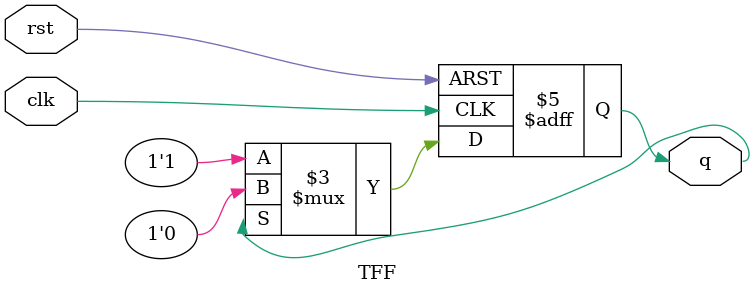
<source format=sv>
`timescale 1ns / 1ps


//--//
module TFF(
	input logic clk,
	input logic rst,
	output logic q
	);

	// change state on the rising edge of the clock
	always_ff @ ( posedge clk , posedge rst )
	begin
	   if (rst)
	       q <= 1'b0;
	   else if (q)
	       q <= 1'b0;
	   else
	       q <= 1'b1;
	end

endmodule


</source>
